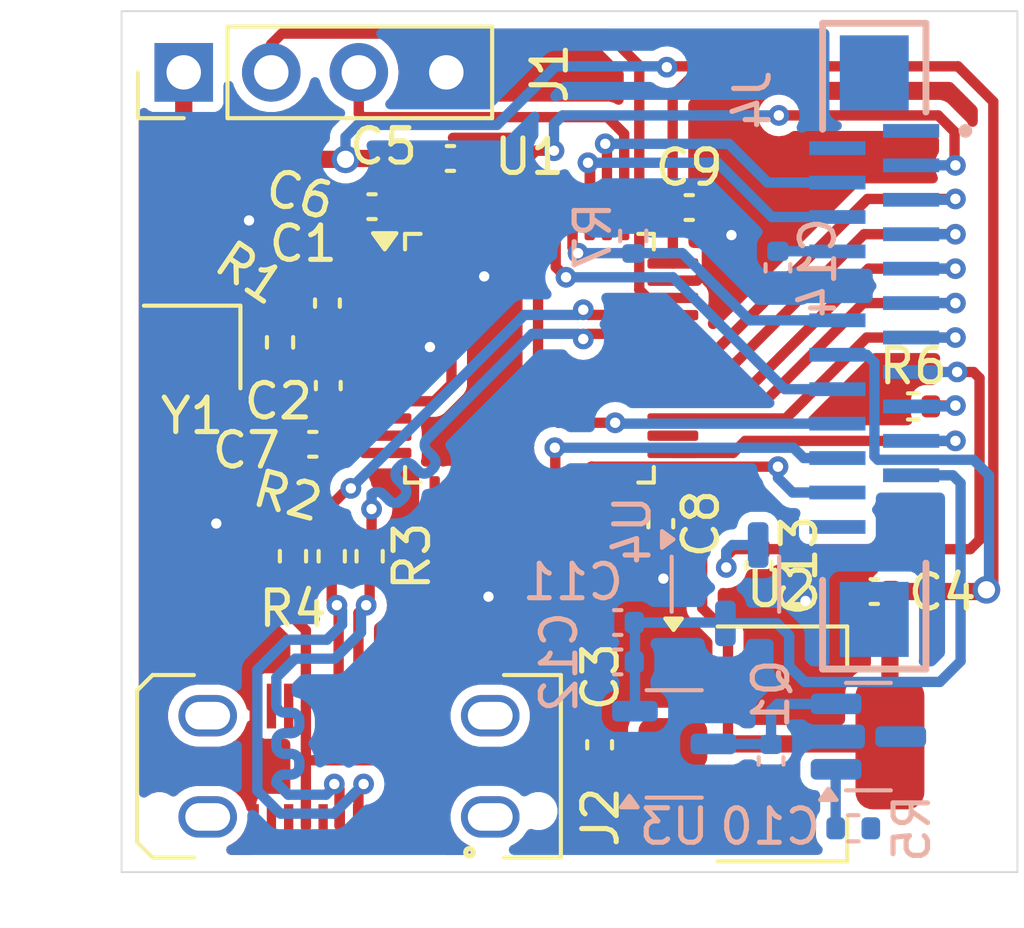
<source format=kicad_pcb>
(kicad_pcb (version 20240108) (generator "pcbnew") (generator_version "8.0")
  (layers (0 "F.Cu" signal) (31 "B.Cu" signal) (34 "B.Paste" user) (35 "F.Paste" user) (36 "B.SilkS" user "B.Silkscreen") (37 "F.SilkS" user "F.Silkscreen") (38 "B.Mask" user) (39 "F.Mask" user) (44 "Edge.Cuts" user))
  (net 0 "")
  (net 20 "/OSCIN")
  (net 21 "Net-(C1-Pad1)")
  (net 22 "Net-(C2-Pad1)")
  (net 23 "/OSCOUT")
  (net 24 "GND")
  (net 25 "+3.3V")
  (net 26 "/SWDIO")
  (net 27 "/SWDCLK")
  (net 28 "+5V")
  (net 45 "/D+")
  (net 46 "/D-")
  (net 47 "/DD+")
  (net 48 "/DD-")
  (net 49 "/D4")
  (net 50 "/D6")
  (net 51 "/D7")
  (net 52 "/CSI-MLCK")
  (net 53 "/D0")
  (net 54 "/TWI-SDA")
  (net 55 "/D2")
  (net 56 "/D3")
  (net 57 "/D5")
  (net 58 "/CSI-VSYNC")
  (net 59 "/D1")
  (net 60 "/CSI-PCLK")
  (net 61 "Net-(Q1-S)")
  (net 62 "+2V8")
  (net 63 "+1V2")
  (net 64 "Net-(J4-Pad17)")
  (net 65 "/CSI-HSYNC")
  (net 67 "/TWI-SCK")
  (net 70 "/CAM-RST")
  (net 71 "/CAM-PWR")
  (footprint "Capacitor_SMD:C_0402_1005Metric" (layer "F.Cu") (at 21.845 16.85 180)
    (property "Reference" "C4")
    (property "Value" "1uF")
  )
  (footprint "Resistor_SMD:R_0402_1005Metric" (layer "F.Cu") (at 22.975 11.475)
    (property "Reference" "R6")
    (property "Value" "1M")
  )
  (footprint "Capacitor_SMD:C_0402_1005Metric" (layer "F.Cu") (at 15.65 14.88 -90)
    (property "Reference" "C8")
    (property "Value" "100nF")
  )
  (footprint "Connector_USB:USB_C_Receptacle_JAE_DX07S024WJ3R400" (layer "F.Cu") (at 6.6 21.925 180)
    (property "Reference" "J2")
    (property "Value" "USB_C_Receptacle")
  )
  (footprint "Capacitor_SMD:C_0402_1005Metric" (layer "F.Cu") (at 6 10.87 90)
    (property "Reference" "C2")
    (property "Value" "7pF")
  )
  (footprint "Capacitor_SMD:C_0402_1005Metric" (layer "F.Cu") (at 7.27 5.675 180)
    (property "Reference" "C6")
    (property "Value" "100nF")
  )
  (footprint "Resistor_SMD:R_0402_1005Metric" (layer "F.Cu") (at 4.975 15.825 90)
    (property "Reference" "R4")
    (property "Value" "4.7K")
  )
  (footprint "Capacitor_SMD:C_0402_1005Metric" (layer "F.Cu") (at 13.875 21.3 90)
    (property "Reference" "C3")
    (property "Value" "4.7uF")
  )
  (footprint "Package_QFP:LQFP-48_7x7mm_P0.5mm" (layer "F.Cu") (at 11.8375 10.075)
    (property "Reference" "U1")
    (property "Value" "STM32F103C8Tx")
  )
  (footprint "Capacitor_SMD:C_0402_1005Metric" (layer "F.Cu") (at 9.545 4.275)
    (property "Reference" "C5")
    (property "Value" "100nF")
  )
  (footprint "Resistor_SMD:R_0402_1005Metric" (layer "F.Cu") (at 6.1 15.825 90)
    (property "Reference" "R2")
    (property "Value" "20R")
  )
  (footprint "Crystal:Crystal_SMD_SeikoEpson_FA128-4Pin_2.0x1.6mm" (layer "F.Cu") (at 2.05 9.75 180)
    (property "Reference" "Y1")
    (property "Value" "Crystal_GND23")
  )
  (footprint "Capacitor_SMD:C_0402_1005Metric" (layer "F.Cu") (at 5.55 12.575 180)
    (property "Reference" "C7")
    (property "Value" "100nF")
  )
  (footprint "Resistor_SMD:R_0402_1005Metric" (layer "F.Cu") (at 7.2 15.825 90)
    (property "Reference" "R3")
    (property "Value" "20R")
  )
  (footprint "Capacitor_SMD:C_0402_1005Metric" (layer "F.Cu") (at 5.975 8.475 -90)
    (property "Reference" "C1")
    (property "Value" "7pF")
  )
  (footprint "Capacitor_SMD:C_0402_1005Metric" (layer "F.Cu") (at 18.5 16.1 -90)
    (property "Reference" "C13")
    (property "Value" "100nF")
  )
  (footprint "Capacitor_SMD:C_0402_1005Metric" (layer "F.Cu") (at 16.475 5.7)
    (property "Reference" "C9")
    (property "Value" "100nF")
  )
  (footprint "Connector_PinHeader_2.54mm:PinHeader_1x04_P2.54mm_Vertical" (layer "F.Cu") (at 1.805 1.775 90)
    (property "Reference" "J1")
    (property "Value" "CODE")
  )
  (footprint "Resistor_SMD:R_0402_1005Metric" (layer "F.Cu") (at 4.6 9.615 -90)
    (property "Reference" "R1")
    (property "Value" "1M")
  )
  (footprint "Package_TO_SOT_SMD:SOT-223-3_TabPin2" (layer "F.Cu") (at 19.15 21.275)
    (property "Reference" "U2")
    (property "Value" "AMS1117-2.85")
  )
  (footprint "Package_TO_SOT_SMD:SOT-23" (layer "B.Cu") (at 21.675 21.0625)
    (property "Reference" "Q1")
    (property "Value" "IRLML6401")
  )
  (footprint "Capacitor_SMD:C_0402_1005Metric" (layer "B.Cu") (at 14.4 17.75 180)
    (property "Reference" "C11")
    (property "Value" "100nF")
  )
  (footprint "CAMERA-CONNECTOR-MOD:SAMTEC_ZF5S-26-03-T-WT" (layer "B.Cu") (at 21.845 9.725 -90)
    (property "Reference" "J4")
    (property "Value" "ZF5S-26-03-T-WT")
  )
  (footprint "Resistor_SMD:R_0402_1005Metric" (layer "B.Cu") (at 21.235 23.725)
    (property "Reference" "R5")
    (property "Value" "4.7K")
  )
  (footprint "Capacitor_SMD:C_0402_1005Metric" (layer "B.Cu") (at 18.85 21.77 -90)
    (property "Reference" "C10")
    (property "Value" "100nF")
  )
  (footprint "Package_TO_SOT_SMD:SOT-23-3" (layer "B.Cu") (at 16.0375 21.275)
    (property "Reference" "U3")
    (property "Value" "XC6206-2V8")
  )
  (footprint "Capacitor_SMD:C_0402_1005Metric" (layer "B.Cu") (at 19.05 7.45 90)
    (property "Reference" "C14")
    (property "Value" "15pF")
  )
  (footprint "Resistor_SMD:R_0402_1005Metric" (layer "B.Cu") (at 14.85 6.525 -90)
    (property "Reference" "R7")
    (property "Value" "4.7K")
  )
  (footprint "Capacitor_SMD:C_0402_1005Metric" (layer "B.Cu") (at 14.4 18.895 180)
    (property "Reference" "C12")
    (property "Value" "100nF")
  )
  (footprint "Package_TO_SOT_SMD:SOT-23-3" (layer "B.Cu") (at 17.525 16.6375 -90)
    (property "Reference" "U4")
    (property "Value" "XC6206-1V2")
  )
  (gr_rect (start 0 0) (end 26 25) (stroke (width 0.05)) (fill none) (layer "Edge.Cuts"))
  (segment (start 5.975 8.955) (end 4.75 8.955) (width 0.3) (layer "F.Cu") (net 20))
  (segment (start 4.75 8.955) (end 4.6 9.105) (width 0.3) (layer "F.Cu") (net 20))
  (segment (start 6.345 9.325) (end 5.975 8.955) (width 0.3) (layer "F.Cu") (net 20))
  (segment (start 7.675 9.325) (end 6.345 9.325) (width 0.3) (layer "F.Cu") (net 20))
  (segment (start 2.775 9.175) (end 2.775 8.55) (width 0.3) (layer "F.Cu") (net 21))
  (segment (start 3.33 7.995) (end 5.975 7.995) (width 0.3) (layer "F.Cu") (net 21))
  (segment (start 2.775 8.55) (end 3.33 7.995) (width 0.3) (layer "F.Cu") (net 21))
  (segment (start 3.25 11.35) (end 6 11.35) (width 0.3) (layer "F.Cu") (net 22))
  (segment (start 2.775 10.875) (end 3.25 11.35) (width 0.3) (layer "F.Cu") (net 22))
  (segment (start 2.775 10.325) (end 2.775 10.875) (width 0.3) (layer "F.Cu") (net 22))
  (segment (start 6 10.39) (end 4.865 10.39) (width 0.3) (layer "F.Cu") (net 23))
  (segment (start 4.865 10.39) (end 4.6 10.125) (width 0.3) (layer "F.Cu") (net 23))
  (segment (start 6.475 9.825) (end 6 10.3) (width 0.3) (layer "F.Cu") (net 23))
  (segment (start 7.675 9.825) (end 6.475 9.825) (width 0.3) (layer "F.Cu") (net 23))
  (segment (start 6 10.3) (end 6 10.39) (width 0.3) (layer "F.Cu") (net 23))
  (segment (start 16 7.825) (end 16.699198 7.825) (width 0.3) (layer "F.Cu") (net 24))
  (segment (start 8.412499 10.825) (end 8.95 10.287499) (width 0.3) (layer "F.Cu") (net 24))
  (segment (start 9.5875 5.9125) (end 9.5875 6.7625) (width 0.3) (layer "F.Cu") (net 24))
  (segment (start 16.9875 5.7325) (end 16.955 5.7) (width 0.3) (layer "F.Cu") (net 24))
  (segment (start 8.95 10.287499) (end 8.95 9.75) (width 0.3) (layer "F.Cu") (net 24))
  (segment (start 16.699198 7.825) (end 16.9875 7.536698) (width 0.3) (layer "F.Cu") (net 24))
  (segment (start 19.85 17.125) (end 19.305 16.58) (width 0.3) (layer "F.Cu") (net 24))
  (segment (start 9.5875 4.7125) (end 9.5875 5.9125) (width 0.3) (layer "F.Cu") (net 24))
  (segment (start 19.305 16.58) (end 18.5 16.58) (width 0.3) (layer "F.Cu") (net 24))
  (segment (start 7.675 10.825) (end 8.412499 10.825) (width 0.3) (layer "F.Cu") (net 24))
  (segment (start 10.025 4.275) (end 9.5875 4.7125) (width 0.3) (layer "F.Cu") (net 24))
  (segment (start 16.9875 7.536698) (end 16.9875 5.7325) (width 0.3) (layer "F.Cu") (net 24))
  (segment (start 9.5875 6.7625) (end 10.525 7.7) (width 0.3) (layer "F.Cu") (net 24))
  (via (at 10.65 17) (size 0.6) (drill 0.3) (layers "F.Cu" "B.Cu") (net 24))
  (via (at 10.525 7.7) (size 0.6) (drill 0.3) (layers "F.Cu" "B.Cu") (net 24))
  (via (at 8.95 9.75) (size 0.6) (drill 0.3) (layers "F.Cu" "B.Cu") (net 24))
  (via (at 15.725 16.475) (size 0.6) (drill 0.3) (layers "F.Cu" "B.Cu") (net 24))
  (via (at 19.85 17.125) (size 0.6) (drill 0.3) (layers "F.Cu" "B.Cu") (net 24))
  (via (at 3.7 6.075) (size 0.6) (drill 0.3) (layers "F.Cu" "B.Cu") (net 24))
  (via (at 2.75 14.875) (size 0.6) (drill 0.3) (layers "F.Cu" "B.Cu") (net 24))
  (via (at 17.7 6.5) (size 0.6) (drill 0.3) (layers "F.Cu" "B.Cu") (net 24))
  (segment (start 22.3 21.275) (end 22.3 16.875) (width 0.5) (layer "F.Cu") (net 25))
  (segment (start 9.575 7.8) (end 9.1 7.325) (width 0.3) (layer "F.Cu") (net 25))
  (segment (start 9.0875 5.9125) (end 9.0875 7.3125) (width 0.3) (layer "F.Cu") (net 25))
  (segment (start 7.75 5.675) (end 7.75 4.275) (width 0.3) (layer "F.Cu") (net 25))
  (segment (start 7.75 5.675) (end 7.75 7.25) (width 0.3) (layer "F.Cu") (net 25))
  (segment (start 7.75 4.275) (end 9.065 4.275) (width 0.3) (layer "F.Cu") (net 25))
  (segment (start 15.65 14.4) (end 16.45 14.4) (width 0.3) (layer "F.Cu") (net 25))
  (segment (start 22.3 16.875) (end 22.325 16.85) (width 0.5) (layer "F.Cu") (net 25))
  (segment (start 24.275 1.6) (end 17.3 1.6) (width 0.3) (layer "F.Cu") (net 25))
  (segment (start 16 7.325) (end 16 5.705) (width 0.3) (layer "F.Cu") (net 25))
  (segment (start 9.105 4.3) (end 9.105 5.895) (width 0.3) (layer "F.Cu") (net 25))
  (segment (start 9.575 10.825) (end 9.575 7.8) (width 0.3) (layer "F.Cu") (net 25))
  (segment (start 15.65 14.4) (end 14.75 14.4) (width 0.3) (layer "F.Cu") (net 25))
  (segment (start 16 21.275) (end 22.3 21.275) (width 0.5) (layer "F.Cu") (net 25))
  (segment (start 16 5.705) (end 15.995 5.7) (width 0.3) (layer "F.Cu") (net 25))
  (segment (start 22.325 16.85) (end 25.05 16.85) (width 0.5) (layer "F.Cu") (net 25))
  (segment (start 1.805 3.555) (end 1.805 1.775) (width 0.5) (layer "F.Cu") (net 25))
  (segment (start 16.85 14.8) (end 16.85 17.325) (width 0.3) (layer "F.Cu") (net 25))
  (segment (start 16.85 1.6) (end 17.3 1.6) (width 0.3) (layer "F.Cu") (net 25))
  (segment (start 15.995 5.7) (end 15.995 2.455) (width 0.3) (layer "F.Cu") (net 25))
  (segment (start 6.525 4.275) (end 6.5 4.3) (width 0.3) (layer "F.Cu") (net 25))
  (segment (start 14.75 14.4) (end 14.5875 14.2375) (width 0.3) (layer "F.Cu") (net 25))
  (segment (start 16.45 14.4) (end 16.85 14.8) (width 0.3) (layer "F.Cu") (net 25))
  (segment (start 9.0875 7.3125) (end 9.1 7.325) (width 0.3) (layer "F.Cu") (net 25))
  (segment (start 2.55 4.3) (end 1.805 3.555) (width 0.5) (layer "F.Cu") (net 25))
  (segment (start 25.1 16.8) (end 25.3 16.6) (width 0.3) (layer "F.Cu") (net 25))
  (segment (start 7.75 7.25) (end 7.675 7.325) (width 0.3) (layer "F.Cu") (net 25))
  (segment (start 17.6 18.075) (end 17.6 21.275) (width 0.3) (layer "F.Cu") (net 25))
  (segment (start 9.065 4.275) (end 6.525 4.275) (width 0.5) (layer "F.Cu") (net 25))
  (segment (start 15.825 1.625) (end 15.85 1.6) (width 0.3) (layer "F.Cu") (net 25))
  (segment (start 6.03 12.575) (end 6.03 12.265001) (width 0.3) (layer "F.Cu") (net 25))
  (segment (start 7.675 11.324999) (end 9.075001 11.324999) (width 0.3) (layer "F.Cu") (net 25))
  (segment (start 6.970002 11.324999) (end 7.675 11.324999) (width 0.3) (layer "F.Cu") (net 25))
  (segment (start 17.6 21.275) (end 22.3 21.275) (width 0.3) (layer "F.Cu") (net 25))
  (segment (start 25.3 2.625) (end 24.275 1.6) (width 0.3) (layer "F.Cu") (net 25))
  (segment (start 9.105 5.895) (end 9.0875 5.9125) (width 0.3) (layer "F.Cu") (net 25))
  (segment (start 15.995 2.455) (end 16.85 1.6) (width 0.3) (layer "F.Cu") (net 25))
  (segment (start 6.5 4.3) (end 2.55 4.3) (width 0.5) (layer "F.Cu") (net 25))
  (segment (start 9.1 7.325) (end 7.675 7.325) (width 0.3) (layer "F.Cu") (net 25))
  (segment (start 25.3 16.6) (end 25.3 2.625) (width 0.3) (layer "F.Cu") (net 25))
  (segment (start 15.85 1.6) (end 17.3 1.6) (width 0.3) (layer "F.Cu") (net 25))
  (segment (start 9.075001 11.324999) (end 9.575 10.825) (width 0.3) (layer "F.Cu") (net 25))
  (segment (start 6.03 12.265001) (end 6.970002 11.324999) (width 0.3) (layer "F.Cu") (net 25))
  (segment (start 16.85 17.325) (end 17.6 18.075) (width 0.3) (layer "F.Cu") (net 25))
  (segment (start 25.05 16.85) (end 25.1 16.8) (width 0.5) (layer "F.Cu") (net 25))
  (via (at 15.825 1.625) (size 0.6) (drill 0.3) (layers "F.Cu" "B.Cu") (net 25))
  (via (at 6.5 4.3) (size 0.8) (drill 0.5) (layers "F.Cu" "B.Cu") (net 25))
  (via (at 25.1 16.8) (size 0.8) (drill 0.5) (layers "F.Cu" "B.Cu") (net 25))
  (segment (start 6.5 4.3) (end 6.5 3.65) (width 0.3) (layer "B.Cu") (net 25))
  (segment (start 6.5 3.65) (end 6.85 3.3) (width 0.3) (layer "B.Cu") (net 25))
  (segment (start 25.175 16.725) (end 25.175 13.475) (width 0.3) (layer "B.Cu") (net 25))
  (segment (start 25.175 13.475) (end 24.725 13.025) (width 0.3) (layer "B.Cu") (net 25))
  (segment (start 21.85 12.925) (end 21.85 10.2) (width 0.3) (layer "B.Cu") (net 25))
  (segment (start 21.625 9.975) (end 20.775 9.975) (width 0.3) (layer "B.Cu") (net 25))
  (segment (start 15.8 1.6) (end 15.825 1.625) (width 0.3) (layer "B.Cu") (net 25))
  (segment (start 6.85 3.3) (end 10.9 3.3) (width 0.3) (layer "B.Cu") (net 25))
  (segment (start 25.1 16.8) (end 25.175 16.725) (width 0.3) (layer "B.Cu") (net 25))
  (segment (start 10.9 3.3) (end 12.6 1.6) (width 0.3) (layer "B.Cu") (net 25))
  (segment (start 12.6 1.6) (end 15.8 1.6) (width 0.3) (layer "B.Cu") (net 25))
  (segment (start 21.95 13.025) (end 21.85 12.925) (width 0.3) (layer "B.Cu") (net 25))
  (segment (start 24.725 13.025) (end 21.95 13.025) (width 0.3) (layer "B.Cu") (net 25))
  (segment (start 21.85 10.2) (end 21.625 9.975) (width 0.3) (layer "B.Cu") (net 25))
  (segment (start 14.1 0.65) (end 4.65 0.65) (width 0.3) (layer "F.Cu") (net 26))
  (segment (start 4.65 0.65) (end 4.345 0.955) (width 0.3) (layer "F.Cu") (net 26))
  (segment (start 16 8.325) (end 15.262501 8.325) (width 0.3) (layer "F.Cu") (net 26))
  (segment (start 15.262501 8.325) (end 15.025 8.087499) (width 0.3) (layer "F.Cu") (net 26))
  (segment (start 15.025 8.087499) (end 15.025 1.575) (width 0.3) (layer "F.Cu") (net 26))
  (segment (start 15.025 1.575) (end 14.1 0.65) (width 0.3) (layer "F.Cu") (net 26))
  (segment (start 4.345 0.955) (end 4.345 1.775) (width 0.3) (layer "F.Cu") (net 26))
  (segment (start 7 3.075) (end 6.885 2.96) (width 0.3) (layer "F.Cu") (net 27))
  (segment (start 14.5875 5.9125) (end 14.5875 3.5625) (width 0.3) (layer "F.Cu") (net 27))
  (segment (start 14.1 3.075) (end 7 3.075) (width 0.3) (layer "F.Cu") (net 27))
  (segment (start 14.5875 3.5625) (end 14.1 3.075) (width 0.3) (layer "F.Cu") (net 27))
  (segment (start 6.885 2.96) (end 6.885 1.775) (width 0.3) (layer "F.Cu") (net 27))
  (segment (start 13.875 22.875) (end 14.575 23.575) (width 0.5) (layer "F.Cu") (net 28))
  (segment (start 7.88 21.78) (end 13.875 21.78) (width 0.5) (layer "F.Cu") (net 28))
  (segment (start 7.85 21.75) (end 7.85 23.675) (width 0.3) (layer "F.Cu") (net 28))
  (segment (start 5.35 21.75) (end 5.35 23.675) (width 0.3) (layer "F.Cu") (net 28))
  (segment (start 7.85 21.75) (end 7.88 21.78) (width 0.3) (layer "F.Cu") (net 28))
  (segment (start 14.575 23.575) (end 16 23.575) (width 0.5) (layer "F.Cu") (net 28))
  (segment (start 5.35 21.75) (end 7.85 21.75) (width 0.3) (layer "F.Cu") (net 28))
  (segment (start 5.35 20.175) (end 5.35 17.975) (width 0.3) (layer "F.Cu") (net 28))
  (segment (start 7.85 20.175) (end 7.85 21.75) (width 0.3) (layer "F.Cu") (net 28))
  (segment (start 13.875 21.78) (end 13.875 22.875) (width 0.5) (layer "F.Cu") (net 28))
  (segment (start 5.35 20.175) (end 5.35 21.75) (width 0.3) (layer "F.Cu") (net 28))
  (segment (start 4.975 17.6) (end 4.975 16.335) (width 0.3) (layer "F.Cu") (net 28))
  (segment (start 5.35 17.975) (end 4.975 17.6) (width 0.3) (layer "F.Cu") (net 28))
  (segment (start 15.975 8.800001) (end 16 8.825001) (width 0.3) (layer "F.Cu") (net 45))
  (segment (start 15.267696 8.800001) (end 15.975 8.800001) (width 0.3) (layer "F.Cu") (net 45))
  (segment (start 13.55 8.817848) (end 15.249849 8.817848) (width 0.3) (layer "F.Cu") (net 45))
  (segment (start 6.1 15.315) (end 6.1 14.325) (width 0.3) (layer "F.Cu") (net 45))
  (segment (start 15.249849 8.817848) (end 15.267696 8.800001) (width 0.3) (layer "F.Cu") (net 45))
  (segment (start 6.1 14.325) (end 6.570542 13.854458) (width 0.3) (layer "F.Cu") (net 45))
  (segment (start 13.4 8.667848) (end 13.55 8.817848) (width 0.3) (layer "F.Cu") (net 45))
  (segment (start 4.975 15.315) (end 6.1 15.315) (width 0.3) (layer "F.Cu") (net 45))
  (segment (start 6.570542 13.854458) (end 6.655196 13.854458) (width 0.3) (layer "F.Cu") (net 45))
  (via (at 6.655196 13.854458) (size 0.6) (drill 0.3) (layers "F.Cu" "B.Cu") (net 45))
  (via (at 13.4 8.667848) (size 0.6) (drill 0.3) (layers "F.Cu" "B.Cu") (net 45))
  (segment (start 13.25 8.817848) (end 13.4 8.667848) (width 0.3) (layer "B.Cu") (net 45))
  (segment (start 6.81791 13.691744) (end 11.691806 8.817848) (width 0.3) (layer "B.Cu") (net 45))
  (segment (start 6.655196 13.854458) (end 6.81791 13.691744) (width 0.3) (layer "B.Cu") (net 45))
  (segment (start 11.691806 8.817848) (end 13.25 8.817848) (width 0.3) (layer "B.Cu") (net 45))
  (segment (start 13.55 9.367848) (end 15.460323 9.367848) (width 0.3) (layer "F.Cu") (net 46))
  (segment (start 15.47817 9.350001) (end 15.974999 9.350001) (width 0.3) (layer "F.Cu") (net 46))
  (segment (start 7.2 15.315) (end 7.256238 15.258762) (width 0.3) (layer "F.Cu") (net 46))
  (segment (start 15.460323 9.367848) (end 15.47817 9.350001) (width 0.3) (layer "F.Cu") (net 46))
  (segment (start 13.4 9.517848) (end 13.55 9.367848) (width 0.3) (layer "F.Cu") (net 46))
  (segment (start 7.256238 15.258762) (end 7.256238 14.4555) (width 0.3) (layer "F.Cu") (net 46))
  (segment (start 15.974999 9.350001) (end 16 9.325) (width 0.3) (layer "F.Cu") (net 46))
  (segment (start 7.2 14.511738) (end 7.256238 14.4555) (width 0.3) (layer "F.Cu") (net 46))
  (via (at 13.4 9.517848) (size 0.6) (drill 0.3) (layers "F.Cu" "B.Cu") (net 46))
  (via (at 7.256238 14.4555) (size 0.6) (drill 0.3) (layers "F.Cu" "B.Cu") (net 46))
  (segment (start 8.193123 13.78018) (end 8.019911 13.606968) (width 0.3) (layer "B.Cu") (net 46))
  (segment (start 7.256238 14.4555) (end 7.256238 14.43989) (width 0.3) (layer "B.Cu") (net 46))
  (segment (start 8.444178 13.182705) (end 8.617389 13.355916) (width 0.3) (layer "B.Cu") (net 46))
  (segment (start 9.041652 12.931651) (end 8.86844 12.758439) (width 0.3) (layer "B.Cu") (net 46))
  (segment (start 8.108271 14.204445) (end 8.193123 14.119592) (width 0.3) (layer "B.Cu") (net 46))
  (segment (start 8.104766 13.182705) (end 8.104767 13.182705) (width 0.3) (layer "B.Cu") (net 46))
  (segment (start 8.9568 13.355916) (end 9.041652 13.271063) (width 0.3) (layer "B.Cu") (net 46))
  (segment (start 8.019911 13.267557) (end 8.104766 13.182705) (width 0.3) (layer "B.Cu") (net 46))
  (segment (start 7.595649 14.031234) (end 7.76886 14.204445) (width 0.3) (layer "B.Cu") (net 46))
  (segment (start 7.256238 14.43989) (end 7.256238 14.031234) (width 0.3) (layer "B.Cu") (net 46))
  (segment (start 13.25 9.367848) (end 13.4 9.517848) (width 0.3) (layer "B.Cu") (net 46))
  (segment (start 8.86844 12.419028) (end 8.953295 12.334176) (width 0.3) (layer "B.Cu") (net 46))
  (segment (start 8.953295 12.334176) (end 11.919624 9.367848) (width 0.3) (layer "B.Cu") (net 46))
  (segment (start 11.919624 9.367848) (end 13.25 9.367848) (width 0.3) (layer "B.Cu") (net 46))
  (arc (start 8.617389 13.355916) (mid 8.787095 13.42621) (end 8.9568 13.355916) (width 0.3) (layer "B.Cu") (net 46))
  (arc (start 8.019911 13.606968) (mid 7.949616 13.437263) (end 8.019911 13.267557) (width 0.3) (layer "B.Cu") (net 46))
  (arc (start 7.256238 14.031234) (mid 7.425943 13.96094) (end 7.595649 14.031234) (width 0.3) (layer "B.Cu") (net 46))
  (arc (start 7.76886 14.204445) (mid 7.938566 14.274739) (end 8.108271 14.204445) (width 0.3) (layer "B.Cu") (net 46))
  (arc (start 8.104767 13.182705) (mid 8.274472 13.112411) (end 8.444178 13.182705) (width 0.3) (layer "B.Cu") (net 46))
  (arc (start 8.193123 14.119592) (mid 8.263418 13.949886) (end 8.193123 13.78018) (width 0.3) (layer "B.Cu") (net 46))
  (arc (start 8.86844 12.758439) (mid 8.798145 12.588734) (end 8.86844 12.419028) (width 0.3) (layer "B.Cu") (net 46))
  (arc (start 9.041652 13.271063) (mid 9.111947 13.101357) (end 9.041652 12.931651) (width 0.3) (layer "B.Cu") (net 46))
  (segment (start 6.25 17.247605) (end 6.3 17.297605) (width 0.3) (layer "F.Cu") (net 47))
  (segment (start 6.85 23.675) (end 6.875 23.65) (width 0.3) (layer "F.Cu") (net 47))
  (segment (start 6.3 17.297605) (end 6.3 19.862497) (width 0.3) (layer "F.Cu") (net 47))
  (segment (start 6.875 23.65) (end 6.875 22.589452) (width 0.3) (layer "F.Cu") (net 47))
  (segment (start 6.1 16.335) (end 6.1 17.097605) (width 0.3) (layer "F.Cu") (net 47))
  (segment (start 6.875 22.589452) (end 7.025 22.439452) (width 0.3) (layer "F.Cu") (net 47))
  (segment (start 6.1 17.097605) (end 6.25 17.247605) (width 0.3) (layer "F.Cu") (net 47))
  (via (at 6.25 17.247605) (size 0.6) (drill 0.3) (layers "F.Cu" "B.Cu") (net 47))
  (via (at 7.025 22.439452) (size 0.6) (drill 0.3) (layers "F.Cu" "B.Cu") (net 47))
  (segment (start 3.94198 19.11911) (end 3.94198 22.631957) (width 0.3) (layer "B.Cu") (net 47))
  (segment (start 6.25 17.247605) (end 6.3125 17.310105) (width 0.3) (layer "B.Cu") (net 47))
  (segment (start 3.94198 22.631957) (end 4.610023 23.3) (width 0.3) (layer "B.Cu") (net 47))
  (segment (start 5.96109 18.25) (end 4.81109 18.25) (width 0.3) (layer "B.Cu") (net 47))
  (segment (start 6.164452 23.3) (end 7.025 22.439452) (width 0.3) (layer "B.Cu") (net 47))
  (segment (start 4.81109 18.25) (end 3.94198 19.11911) (width 0.3) (layer "B.Cu") (net 47))
  (segment (start 6.3125 17.310105) (end 6.4 17.397605) (width 0.3) (layer "B.Cu") (net 47))
  (segment (start 6.4 17.81109) (end 5.96109 18.25) (width 0.3) (layer "B.Cu") (net 47))
  (segment (start 6.4 17.397605) (end 6.4 17.81109) (width 0.3) (layer "B.Cu") (net 47))
  (segment (start 4.610023 23.3) (end 6.164452 23.3) (width 0.3) (layer "B.Cu") (net 47))
  (segment (start 6.325 22.589452) (end 6.175 22.439452) (width 0.3) (layer "F.Cu") (net 48))
  (segment (start 7.2 16.335) (end 7.2 17.147605) (width 0.3) (layer "F.Cu") (net 48))
  (segment (start 6.35 23.675) (end 6.325 23.65) (width 0.3) (layer "F.Cu") (net 48))
  (segment (start 7.1 17.247605) (end 6.875 17.472605) (width 0.3) (layer "F.Cu") (net 48))
  (segment (start 6.875 17.472605) (end 6.875 19.887497) (width 0.3) (layer "F.Cu") (net 48))
  (segment (start 7.2 17.147605) (end 7.1 17.247605) (width 0.3) (layer "F.Cu") (net 48))
  (segment (start 6.325 23.65) (end 6.325 22.589452) (width 0.3) (layer "F.Cu") (net 48))
  (via (at 7.1 17.247605) (size 0.6) (drill 0.3) (layers "F.Cu" "B.Cu") (net 48))
  (via (at 6.175 22.439452) (size 0.6) (drill 0.3) (layers "F.Cu" "B.Cu") (net 48))
  (segment (start 6.175 22.439452) (end 6.175 22.511634) (width 0.3) (layer "B.Cu") (net 48))
  (segment (start 5.160339 20.724137) (end 5.160339 20.604137) (width 0.3) (layer "B.Cu") (net 48))
  (segment (start 4.837843 22.75) (end 4.49198 22.404137) (width 0.3) (layer "B.Cu") (net 48))
  (segment (start 4.920328 21.564137) (end 4.73198 21.564137) (width 0.3) (layer "B.Cu") (net 48))
  (segment (start 5.03891 18.8) (end 6.18891 18.8) (width 0.3) (layer "B.Cu") (net 48))
  (segment (start 4.49198 20.004137) (end 4.49198 19.34693) (width 0.3) (layer "B.Cu") (net 48))
  (segment (start 6.95 17.397605) (end 7.1 17.247605) (width 0.3) (layer "B.Cu") (net 48))
  (segment (start 5.160328 21.924137) (end 5.160328 21.804137) (width 0.3) (layer "B.Cu") (net 48))
  (segment (start 4.73198 22.164137) (end 4.920328 22.164137) (width 0.3) (layer "B.Cu") (net 48))
  (segment (start 4.73198 20.964137) (end 4.920339 20.964137) (width 0.3) (layer "B.Cu") (net 48))
  (segment (start 6.175 22.511634) (end 5.936634 22.75) (width 0.3) (layer "B.Cu") (net 48))
  (segment (start 6.95 18.03891) (end 6.95 17.397605) (width 0.3) (layer "B.Cu") (net 48))
  (segment (start 6.18891 18.8) (end 6.95 18.03891) (width 0.3) (layer "B.Cu") (net 48))
  (segment (start 4.49198 20.124137) (end 4.49198 20.004137) (width 0.3) (layer "B.Cu") (net 48))
  (segment (start 4.49198 21.324137) (end 4.49198 21.204137) (width 0.3) (layer "B.Cu") (net 48))
  (segment (start 5.936634 22.75) (end 4.837843 22.75) (width 0.3) (layer "B.Cu") (net 48))
  (segment (start 4.49198 19.34693) (end 5.03891 18.8) (width 0.3) (layer "B.Cu") (net 48))
  (segment (start 4.920339 20.364137) (end 4.73198 20.364137) (width 0.3) (layer "B.Cu") (net 48))
  (arc (start 4.920339 20.964137) (mid 5.090045 20.893843) (end 5.160339 20.724137) (width 0.3) (layer "B.Cu") (net 48))
  (arc (start 4.73198 20.364137) (mid 4.562274 20.293843) (end 4.49198 20.124137) (width 0.3) (layer "B.Cu") (net 48))
  (arc (start 4.49198 21.204137) (mid 4.562274 21.034431) (end 4.73198 20.964137) (width 0.3) (layer "B.Cu") (net 48))
  (arc (start 4.49198 22.404137) (mid 4.562274 22.234431) (end 4.73198 22.164137) (width 0.3) (layer "B.Cu") (net 48))
  (arc (start 4.920328 22.164137) (mid 5.090034 22.093843) (end 5.160328 21.924137) (width 0.3) (layer "B.Cu") (net 48))
  (arc (start 5.160328 21.804137) (mid 5.090034 21.634431) (end 4.920328 21.564137) (width 0.3) (layer "B.Cu") (net 48))
  (arc (start 5.160339 20.604137) (mid 5.090045 20.434431) (end 4.920339 20.364137) (width 0.3) (layer "B.Cu") (net 48))
  (arc (start 4.73198 21.564137) (mid 4.562274 21.493843) (end 4.49198 21.324137) (width 0.3) (layer "B.Cu") (net 48))
  (segment (start 17.7 10.325) (end 21.55 6.475) (width 0.3) (layer "F.Cu") (net 49))
  (segment (start 16 10.325) (end 17.7 10.325) (width 0.3) (layer "F.Cu") (net 49))
  (segment (start 21.55 6.475) (end 24.2 6.475) (width 0.3) (layer "F.Cu") (net 49))
  (via (at 24.2 6.475) (size 0.6) (drill 0.3) (layers "F.Cu" "B.Cu") (net 49))
  (segment (start 22.915 6.475) (end 24.2 6.475) (width 0.3) (layer "B.Cu") (net 49))
  (segment (start 24.2 8.475) (end 21.525 8.475) (width 0.3) (layer "F.Cu") (net 50))
  (segment (start 18.675001 11.324999) (end 16 11.324999) (width 0.3) (layer "F.Cu") (net 50))
  (segment (start 21.1 8.9) (end 18.725 11.275) (width 0.3) (layer "F.Cu") (net 50))
  (segment (start 21.525 8.475) (end 21.1 8.9) (width 0.3) (layer "F.Cu") (net 50))
  (segment (start 18.725 11.275) (end 18.675001 11.324999) (width 0.3) (layer "F.Cu") (net 50))
  (via (at 24.2 8.475) (size 0.6) (drill 0.3) (layers "F.Cu" "B.Cu") (net 50))
  (segment (start 22.915 8.475) (end 24.2 8.475) (width 0.3) (layer "B.Cu") (net 50))
  (segment (start 24.2 9.475) (end 21.625 9.475) (width 0.3) (layer "F.Cu") (net 51))
  (segment (start 21.625 9.475) (end 19.8875 11.2125) (width 0.3) (layer "F.Cu") (net 51))
  (segment (start 19.275 11.825) (end 19.8875 11.2125) (width 0.3) (layer "F.Cu") (net 51))
  (segment (start 19.5 11.6) (end 19.4 11.7) (width 0.3) (layer "F.Cu") (net 51))
  (segment (start 16 11.825) (end 19.275 11.825) (width 0.3) (layer "F.Cu") (net 51))
  (segment (start 19.8875 11.2125) (end 19.5 11.6) (width 0.3) (layer "F.Cu") (net 51))
  (via (at 24.2 9.475) (size 0.6) (drill 0.3) (layers "F.Cu" "B.Cu") (net 51))
  (segment (start 22.915 9.475) (end 24.2 9.475) (width 0.3) (layer "B.Cu") (net 51))
  (segment (start 13.087499 6.862499) (end 13.087499 5.9125) (width 0.3) (layer "F.Cu") (net 52))
  (segment (start 13.25 7.025) (end 13.087499 6.862499) (width 0.3) (layer "F.Cu") (net 52))
  (via (at 13.25 7.025) (size 0.6) (drill 0.3) (layers "F.Cu" "B.Cu") (net 52))
  (segment (start 18.225 8.975) (end 20.775 8.975) (width 0.3) (layer "B.Cu") (net 52))
  (segment (start 16.275 7.025) (end 18.225 8.975) (width 0.3) (layer "B.Cu") (net 52))
  (segment (start 13.25 7.025) (end 16.275 7.025) (width 0.3) (layer "B.Cu") (net 52))
  (segment (start 13.6 4.4625) (end 13.5375 4.4) (width 0.3) (layer "F.Cu") (net 53))
  (segment (start 13.5875 5.9125) (end 13.5875 4.45) (width 0.3) (layer "F.Cu") (net 53))
  (segment (start 13.5875 4.45) (end 13.5375 4.4) (width 0.3) (layer "F.Cu") (net 53))
  (segment (start 13.6 5.9) (end 13.6 4.4625) (width 0.3) (layer "F.Cu") (net 53))
  (via (at 13.5375 4.4) (size 0.6) (drill 0.3) (layers "F.Cu" "B.Cu") (net 53))
  (segment (start 18.875 5.975) (end 20.775 5.975) (width 0.3) (layer "B.Cu") (net 53))
  (segment (start 13.5375 4.4) (end 17.3 4.4) (width 0.3) (layer "B.Cu") (net 53))
  (segment (start 17.3 4.4) (end 18.875 5.975) (width 0.3) (layer "B.Cu") (net 53))
  (segment (start 13.65 13.225) (end 13.625 13.225) (width 0.3) (layer "F.Cu") (net 54))
  (segment (start 19.05 13.225) (end 13.65 13.225) (width 0.3) (layer "F.Cu") (net 54))
  (segment (start 13.5875 13.2875) (end 13.65 13.225) (width 0.3) (layer "F.Cu") (net 54))
  (segment (start 13.5875 14.2375) (end 13.5875 13.2875) (width 0.3) (layer "F.Cu") (net 54))
  (via (at 19.05 13.225) (size 0.6) (drill 0.3) (layers "F.Cu" "B.Cu") (net 54))
  (segment (start 19.475 13.975) (end 19.05 13.55) (width 0.3) (layer "B.Cu") (net 54))
  (segment (start 20.775 13.975) (end 19.475 13.975) (width 0.3) (layer "B.Cu") (net 54))
  (segment (start 19.05 13.55) (end 19.05 13.225) (width 0.3) (layer "B.Cu") (net 54))
  (segment (start 11.5875 4.4875) (end 12.025 4.05) (width 0.3) (layer "F.Cu") (net 55))
  (segment (start 24.175 3.5) (end 24.175 4.45) (width 0.3) (layer "F.Cu") (net 55))
  (segment (start 19.075 3.025) (end 23.7 3.025) (width 0.3) (layer "F.Cu") (net 55))
  (segment (start 12.025 4.05) (end 12.55 4.05) (width 0.3) (layer "F.Cu") (net 55))
  (segment (start 11.5875 5.9125) (end 11.5875 4.4875) (width 0.3) (layer "F.Cu") (net 55))
  (segment (start 24.175 4.45) (end 24.2 4.475) (width 0.3) (layer "F.Cu") (net 55))
  (segment (start 23.7 3.025) (end 24.175 3.5) (width 0.3) (layer "F.Cu") (net 55))
  (via (at 19.075 3.025) (size 0.6) (drill 0.3) (layers "F.Cu" "B.Cu") (net 55))
  (via (at 12.55 4.05) (size 0.6) (drill 0.3) (layers "F.Cu" "B.Cu") (net 55))
  (via (at 24.2 4.475) (size 0.6) (drill 0.3) (layers "F.Cu" "B.Cu") (net 55))
  (segment (start 12.55 4.05) (end 12.55 3.275) (width 0.3) (layer "B.Cu") (net 55))
  (segment (start 12.8 3.025) (end 19.075 3.025) (width 0.3) (layer "B.Cu") (net 55))
  (segment (start 12.55 3.275) (end 12.8 3.025) (width 0.3) (layer "B.Cu") (net 55))
  (segment (start 24.2 4.475) (end 22.915 4.475) (width 0.3) (layer "B.Cu") (net 55))
  (segment (start 21.075 6.025) (end 17.45 9.65) (width 0.3) (layer "F.Cu") (net 56))
  (segment (start 21.65 5.45) (end 21.075 6.025) (width 0.3) (layer "F.Cu") (net 56))
  (segment (start 24.2 5.45) (end 21.65 5.45) (width 0.3) (layer "F.Cu") (net 56))
  (segment (start 16 9.825) (end 17.275 9.825) (width 0.3) (layer "F.Cu") (net 56))
  (segment (start 17.275 9.825) (end 17.45 9.65) (width 0.3) (layer "F.Cu") (net 56))
  (via (at 24.2 5.45) (size 0.6) (drill 0.3) (layers "F.Cu" "B.Cu") (net 56))
  (segment (start 22.915 5.475) (end 24.175 5.475) (width 0.3) (layer "B.Cu") (net 56))
  (segment (start 24.175 5.475) (end 24.2 5.45) (width 0.3) (layer "B.Cu") (net 56))
  (segment (start 21.675 7.475) (end 19.1125 10.0375) (width 0.3) (layer "F.Cu") (net 57))
  (segment (start 18.325 10.825) (end 18.125 10.825) (width 0.3) (layer "F.Cu") (net 57))
  (segment (start 16 10.825) (end 18.325 10.825) (width 0.3) (layer "F.Cu") (net 57))
  (segment (start 18.325 10.825) (end 19.1125 10.0375) (width 0.3) (layer "F.Cu") (net 57))
  (segment (start 24.2 7.475) (end 21.675 7.475) (width 0.3) (layer "F.Cu") (net 57))
  (via (at 24.2 7.475) (size 0.6) (drill 0.3) (layers "F.Cu" "B.Cu") (net 57))
  (segment (start 22.915 7.475) (end 24.2 7.475) (width 0.3) (layer "B.Cu") (net 57))
  (segment (start 12.675 11.95) (end 12.0875 11.3625) (width 0.3) (layer "F.Cu") (net 58))
  (segment (start 12.0875 11.3625) (end 12.0875 5.9125) (width 0.3) (layer "F.Cu") (net 58))
  (segment (start 14.325 11.95) (end 12.675 11.95) (width 0.3) (layer "F.Cu") (net 58))
  (via (at 14.325 11.95) (size 0.6) (drill 0.3) (layers "F.Cu" "B.Cu") (net 58))
  (segment (start 14.35 11.975) (end 20.775 11.975) (width 0.3) (layer "B.Cu") (net 58))
  (segment (start 14.325 11.95) (end 14.35 11.975) (width 0.3) (layer "B.Cu") (net 58))
  (segment (start 14.0875 3.9) (end 14.0375 3.85) (width 0.3) (layer "F.Cu") (net 59))
  (segment (start 14.0875 5.9125) (end 14.0875 3.9) (width 0.3) (layer "F.Cu") (net 59))
  (via (at 14.0375 3.85) (size 0.6) (drill 0.3) (layers "F.Cu" "B.Cu") (net 59))
  (segment (start 17.625 3.85) (end 18.75 4.975) (width 0.3) (layer "B.Cu") (net 59))
  (segment (start 14.0375 3.85) (end 17.625 3.85) (width 0.3) (layer "B.Cu") (net 59))
  (segment (start 18.75 4.975) (end 20.775 4.975) (width 0.3) (layer "B.Cu") (net 59))
  (segment (start 19.05 6.97) (end 20.77 6.97) (width 0.3) (layer "B.Cu") (net 60))
  (segment (start 20.77 6.97) (end 20.775 6.975) (width 0.3) (layer "B.Cu") (net 60))
  (segment (start 17.175 21.275) (end 18.835 21.275) (width 0.3) (layer "B.Cu") (net 61))
  (segment (start 18.85 21.29) (end 18.85 20.3) (width 0.3) (layer "B.Cu") (net 61))
  (segment (start 19.0375 20.1125) (end 20.7375 20.1125) (width 0.3) (layer "B.Cu") (net 61))
  (segment (start 18.85 20.3) (end 19.0375 20.1125) (width 0.3) (layer "B.Cu") (net 61))
  (segment (start 18.835 21.275) (end 18.85 21.29) (width 0.3) (layer "B.Cu") (net 61))
  (segment (start 24.35 18.875) (end 23.75 19.475) (width 0.3) (layer "B.Cu") (net 62))
  (segment (start 19.375 18.125) (end 19.025 17.775) (width 0.3) (layer "B.Cu") (net 62))
  (segment (start 19.375 19.025) (end 19.375 18.125) (width 0.3) (layer "B.Cu") (net 62))
  (segment (start 23.75 19.475) (end 19.825 19.475) (width 0.3) (layer "B.Cu") (net 62))
  (segment (start 14.9 17.77) (end 14.88 17.75) (width 0.3) (layer "B.Cu") (net 62))
  (segment (start 24.35 13.7) (end 24.35 18.875) (width 0.3) (layer "B.Cu") (net 62))
  (segment (start 22.915 13.475) (end 24.125 13.475) (width 0.3) (layer "B.Cu") (net 62))
  (segment (start 24.125 13.475) (end 24.35 13.7) (width 0.3) (layer "B.Cu") (net 62))
  (segment (start 17.5 17.75) (end 17.525 17.775) (width 0.3) (layer "B.Cu") (net 62))
  (segment (start 19.025 17.775) (end 17.525 17.775) (width 0.3) (layer "B.Cu") (net 62))
  (segment (start 14.88 17.75) (end 17.5 17.75) (width 0.3) (layer "B.Cu") (net 62))
  (segment (start 19.825 19.475) (end 19.375 19.025) (width 0.3) (layer "B.Cu") (net 62))
  (segment (start 14.9 20.325) (end 14.9 17.77) (width 0.3) (layer "B.Cu") (net 62))
  (segment (start 24.9 15.35) (end 24.63 15.62) (width 0.3) (layer "F.Cu") (net 63))
  (segment (start 24.9 10.65) (end 24.9 15.35) (width 0.3) (layer "F.Cu") (net 63))
  (segment (start 24.63 15.62) (end 18.5 15.62) (width 0.3) (layer "F.Cu") (net 63))
  (segment (start 17.755 15.62) (end 18.5 15.62) (width 0.3) (layer "F.Cu") (net 63))
  (segment (start 24.25 10.475) (end 24.725 10.475) (width 0.3) (layer "F.Cu") (net 63))
  (segment (start 24.725 10.475) (end 24.9 10.65) (width 0.3) (layer "F.Cu") (net 63))
  (segment (start 17.55 15.825) (end 17.755 15.62) (width 0.3) (layer "F.Cu") (net 63))
  (segment (start 17.55 16.15) (end 17.55 15.825) (width 0.3) (layer "F.Cu") (net 63))
  (via (at 17.55 16.15) (size 0.6) (drill 0.3) (layers "F.Cu" "B.Cu") (net 63))
  (via (at 24.25 10.475) (size 0.6) (drill 0.3) (layers "F.Cu" "B.Cu") (net 63))
  (segment (start 24.25 10.475) (end 22.915 10.475) (width 0.3) (layer "B.Cu") (net 63))
  (segment (start 17.55 15.675) (end 17.55 16.15) (width 0.3) (layer "B.Cu") (net 63))
  (segment (start 17.725 15.5) (end 17.55 15.675) (width 0.3) (layer "B.Cu") (net 63))
  (segment (start 18.475 15.5) (end 17.725 15.5) (width 0.3) (layer "B.Cu") (net 63))
  (segment (start 24.2 11.45) (end 23.51 11.45) (width 0.3) (layer "F.Cu") (net 64))
  (segment (start 23.51 11.45) (end 23.485 11.475) (width 0.3) (layer "F.Cu") (net 64))
  (via (at 24.2 11.45) (size 0.6) (drill 0.3) (layers "F.Cu" "B.Cu") (net 64))
  (segment (start 24.2 11.45) (end 24.175 11.475) (width 0.3) (layer "B.Cu") (net 64))
  (segment (start 24.175 11.475) (end 22.915 11.475) (width 0.3) (layer "B.Cu") (net 64))
  (segment (start 12.9 7.725) (end 12.6 7.425) (width 0.3) (layer "F.Cu") (net 65))
  (segment (start 12.6 7.425) (end 12.6 5.925) (width 0.3) (layer "F.Cu") (net 65))
  (via (at 12.9 7.725) (size 0.6) (drill 0.3) (layers "F.Cu" "B.Cu") (net 65))
  (segment (start 12.9 7.725) (end 16 7.725) (width 0.3) (layer "B.Cu") (net 65))
  (segment (start 19.25 10.975) (end 20.775 10.975) (width 0.3) (layer "B.Cu") (net 65))
  (segment (start 16 7.725) (end 19.25 10.975) (width 0.3) (layer "B.Cu") (net 65))
  (segment (start 12.5875 12.6875) (end 12.575 12.675) (width 0.3) (layer "F.Cu") (net 67))
  (segment (start 12.5875 14.2375) (end 12.5875 12.6875) (width 0.3) (layer "F.Cu") (net 67))
  (via (at 12.575 12.675) (size 0.6) (drill 0.3) (layers "F.Cu" "B.Cu") (net 67))
  (segment (start 12.575 12.675) (end 12.55 12.7) (width 0.3) (layer "B.Cu") (net 67))
  (segment (start 19.8 12.975) (end 19.5 12.675) (width 0.3) (layer "B.Cu") (net 67))
  (segment (start 19.5 12.675) (end 12.575 12.675) (width 0.3) (layer "B.Cu") (net 67))
  (segment (start 20.775 12.975) (end 19.8 12.975) (width 0.3) (layer "B.Cu") (net 67))
  (segment (start 18.1 12.475) (end 24.2 12.475) (width 0.3) (layer "F.Cu") (net 70))
  (segment (start 17.75 12.825) (end 18.1 12.475) (width 0.3) (layer "F.Cu") (net 70))
  (segment (start 16 12.825) (end 17.75 12.825) (width 0.3) (layer "F.Cu") (net 70))
  (via (at 24.2 12.475) (size 0.6) (drill 0.3) (layers "F.Cu" "B.Cu") (net 70))
  (segment (start 22.915 12.475) (end 24.2 12.475) (width 0.3) (layer "B.Cu") (net 70))
  (segment (start 20.725 22.025) (end 20.7375 22.0125) (width 0.3) (layer "B.Cu") (net 71))
  (segment (start 20.725 23.725) (end 20.725 22.025) (width 0.3) (layer "B.Cu") (net 71))
  (zone (net 24) (net_name "GND") (layers "F&B.Cu") (name "GND") (connect_pads yes (clearance 0.3)) (min_thickness 0.3) (fill yes (thermal_gap 0.5) (thermal_bridge_width 0.5))
    (polygon (pts (xy 26.075 -0.05) (xy 26.05 24.975) (xy 0.05 24.975) (xy -0.05 -0.05)))
  )
)
</source>
